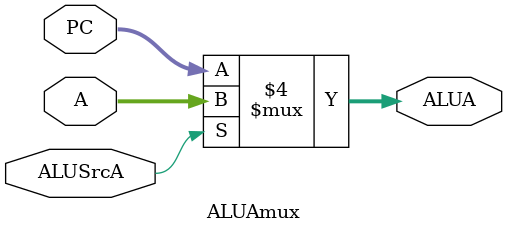
<source format=v>
`timescale 1ns / 1ps


module ALUAmux(
    input ALUSrcA,
    input [31:0]PC,
    input [31:0]A,
    output reg [31:0]ALUA
);
    always@(*) begin
        if(ALUSrcA == 0)
            ALUA = PC;
        else
            ALUA = A;
    end
endmodule

</source>
